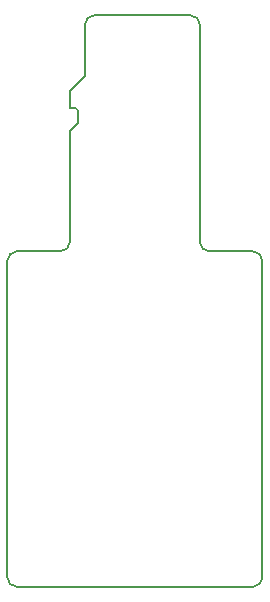
<source format=gko>
%TF.GenerationSoftware,KiCad,Pcbnew,6.0.6*%
%TF.CreationDate,2022-08-23T18:22:02-07:00*%
%TF.ProjectId,SDWire,53445769-7265-42e6-9b69-6361645f7063,1.4 r1*%
%TF.SameCoordinates,Original*%
%TF.FileFunction,Profile,NP*%
%FSLAX46Y46*%
G04 Gerber Fmt 4.6, Leading zero omitted, Abs format (unit mm)*
G04 Created by KiCad (PCBNEW 6.0.6) date 2022-08-23 18:22:02*
%MOMM*%
%LPD*%
G01*
G04 APERTURE LIST*
%TA.AperFunction,Profile*%
%ADD10C,0.150000*%
%TD*%
G04 APERTURE END LIST*
D10*
X137200000Y-104700000D02*
G75*
G03*
X136400000Y-105500000I0J-800000D01*
G01*
X158000000Y-105500000D02*
G75*
G03*
X157200000Y-104700000I-800000J0D01*
G01*
X136400000Y-105500000D02*
X136400000Y-132300000D01*
X136400000Y-132300000D02*
G75*
G03*
X137200000Y-133100000I800000J0D01*
G01*
X157200000Y-133100000D02*
G75*
G03*
X158000000Y-132300000I0J800000D01*
G01*
X158000000Y-132300000D02*
X158000000Y-105500000D01*
X140900000Y-104700000D02*
X137200000Y-104700000D01*
X157200000Y-104700000D02*
X153500000Y-104700000D01*
X141700000Y-98900000D02*
X141700000Y-103900000D01*
X152700000Y-98900000D02*
X152700000Y-103900000D01*
X141700000Y-94500000D02*
X141700000Y-98900000D01*
X152700000Y-98900000D02*
X152700000Y-85500000D01*
X152700000Y-103900000D02*
G75*
G03*
X153500000Y-104700000I800000J0D01*
G01*
X143760000Y-84710000D02*
G75*
G03*
X142960000Y-85510000I0J-800000D01*
G01*
X137200000Y-133100000D02*
X157200000Y-133100000D01*
X142400000Y-92800000D02*
X142400000Y-93800000D01*
X140900000Y-104700000D02*
G75*
G03*
X141700000Y-103900000I0J800000D01*
G01*
X152700000Y-85500000D02*
G75*
G03*
X151890000Y-84710000I-800000J-10000D01*
G01*
X142400000Y-93800000D02*
X141700000Y-94500000D01*
X151890000Y-84710000D02*
X143760000Y-84710000D01*
X141690000Y-91100000D02*
X141690000Y-92600000D01*
X141690000Y-92600000D02*
X142190000Y-92600000D01*
X142960000Y-89830000D02*
X142960000Y-85510000D01*
X142400000Y-92800000D02*
G75*
G03*
X142190012Y-92600250I-200000J0D01*
G01*
X142960000Y-89830000D02*
X141690000Y-91100000D01*
M02*

</source>
